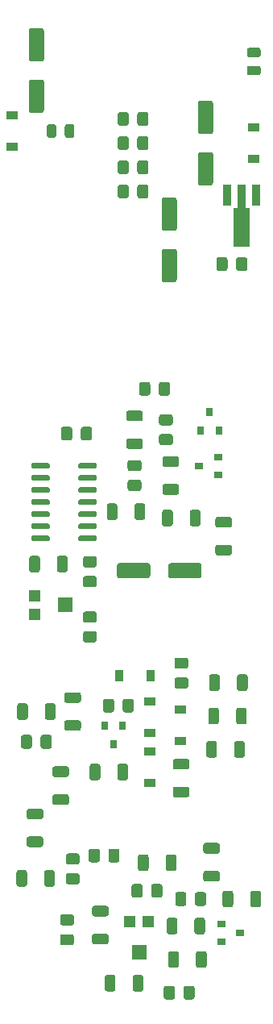
<source format=gbr>
%TF.GenerationSoftware,KiCad,Pcbnew,(5.1.9-0-10_14)*%
%TF.CreationDate,2021-04-20T22:51:25+02:00*%
%TF.ProjectId,tribus,74726962-7573-42e6-9b69-6361645f7063,rev?*%
%TF.SameCoordinates,Original*%
%TF.FileFunction,Paste,Bot*%
%TF.FilePolarity,Positive*%
%FSLAX46Y46*%
G04 Gerber Fmt 4.6, Leading zero omitted, Abs format (unit mm)*
G04 Created by KiCad (PCBNEW (5.1.9-0-10_14)) date 2021-04-20 22:51:25*
%MOMM*%
%LPD*%
G01*
G04 APERTURE LIST*
%ADD10R,1.200000X0.900000*%
%ADD11R,0.900000X1.200000*%
%ADD12R,0.800000X0.900000*%
%ADD13R,0.900000X0.800000*%
%ADD14R,1.200000X1.200000*%
%ADD15R,1.500000X1.600000*%
%ADD16R,1.600000X1.500000*%
%ADD17R,0.900000X2.300000*%
%ADD18C,0.100000*%
G04 APERTURE END LIST*
%TO.C,L2*%
G36*
G01*
X8070000Y-11905000D02*
X8070000Y-10955000D01*
G75*
G02*
X8320000Y-10705000I250000J0D01*
G01*
X8820000Y-10705000D01*
G75*
G02*
X9070000Y-10955000I0J-250000D01*
G01*
X9070000Y-11905000D01*
G75*
G02*
X8820000Y-12155000I-250000J0D01*
G01*
X8320000Y-12155000D01*
G75*
G02*
X8070000Y-11905000I0J250000D01*
G01*
G37*
G36*
G01*
X6170000Y-11905000D02*
X6170000Y-10955000D01*
G75*
G02*
X6420000Y-10705000I250000J0D01*
G01*
X6920000Y-10705000D01*
G75*
G02*
X7170000Y-10955000I0J-250000D01*
G01*
X7170000Y-11905000D01*
G75*
G02*
X6920000Y-12155000I-250000J0D01*
G01*
X6420000Y-12155000D01*
G75*
G02*
X6170000Y-11905000I0J250000D01*
G01*
G37*
%TD*%
%TO.C,L1*%
G36*
G01*
X28415000Y-5580000D02*
X27465000Y-5580000D01*
G75*
G02*
X27215000Y-5330000I0J250000D01*
G01*
X27215000Y-4830000D01*
G75*
G02*
X27465000Y-4580000I250000J0D01*
G01*
X28415000Y-4580000D01*
G75*
G02*
X28665000Y-4830000I0J-250000D01*
G01*
X28665000Y-5330000D01*
G75*
G02*
X28415000Y-5580000I-250000J0D01*
G01*
G37*
G36*
G01*
X28415000Y-3680000D02*
X27465000Y-3680000D01*
G75*
G02*
X27215000Y-3430000I0J250000D01*
G01*
X27215000Y-2930000D01*
G75*
G02*
X27465000Y-2680000I250000J0D01*
G01*
X28415000Y-2680000D01*
G75*
G02*
X28665000Y-2930000I0J-250000D01*
G01*
X28665000Y-3430000D01*
G75*
G02*
X28415000Y-3680000I-250000J0D01*
G01*
G37*
%TD*%
%TO.C,C1*%
G36*
G01*
X25182500Y-24925000D02*
X25182500Y-25875000D01*
G75*
G02*
X24932500Y-26125000I-250000J0D01*
G01*
X24257500Y-26125000D01*
G75*
G02*
X24007500Y-25875000I0J250000D01*
G01*
X24007500Y-24925000D01*
G75*
G02*
X24257500Y-24675000I250000J0D01*
G01*
X24932500Y-24675000D01*
G75*
G02*
X25182500Y-24925000I0J-250000D01*
G01*
G37*
G36*
G01*
X27257500Y-24925000D02*
X27257500Y-25875000D01*
G75*
G02*
X27007500Y-26125000I-250000J0D01*
G01*
X26332500Y-26125000D01*
G75*
G02*
X26082500Y-25875000I0J250000D01*
G01*
X26082500Y-24925000D01*
G75*
G02*
X26332500Y-24675000I250000J0D01*
G01*
X27007500Y-24675000D01*
G75*
G02*
X27257500Y-24925000I0J-250000D01*
G01*
G37*
%TD*%
%TO.C,C5*%
G36*
G01*
X13615000Y-18255000D02*
X13615000Y-17305000D01*
G75*
G02*
X13865000Y-17055000I250000J0D01*
G01*
X14540000Y-17055000D01*
G75*
G02*
X14790000Y-17305000I0J-250000D01*
G01*
X14790000Y-18255000D01*
G75*
G02*
X14540000Y-18505000I-250000J0D01*
G01*
X13865000Y-18505000D01*
G75*
G02*
X13615000Y-18255000I0J250000D01*
G01*
G37*
G36*
G01*
X15690000Y-18255000D02*
X15690000Y-17305000D01*
G75*
G02*
X15940000Y-17055000I250000J0D01*
G01*
X16615000Y-17055000D01*
G75*
G02*
X16865000Y-17305000I0J-250000D01*
G01*
X16865000Y-18255000D01*
G75*
G02*
X16615000Y-18505000I-250000J0D01*
G01*
X15940000Y-18505000D01*
G75*
G02*
X15690000Y-18255000I0J250000D01*
G01*
G37*
%TD*%
%TO.C,C6*%
G36*
G01*
X14790000Y-12225000D02*
X14790000Y-13175000D01*
G75*
G02*
X14540000Y-13425000I-250000J0D01*
G01*
X13865000Y-13425000D01*
G75*
G02*
X13615000Y-13175000I0J250000D01*
G01*
X13615000Y-12225000D01*
G75*
G02*
X13865000Y-11975000I250000J0D01*
G01*
X14540000Y-11975000D01*
G75*
G02*
X14790000Y-12225000I0J-250000D01*
G01*
G37*
G36*
G01*
X16865000Y-12225000D02*
X16865000Y-13175000D01*
G75*
G02*
X16615000Y-13425000I-250000J0D01*
G01*
X15940000Y-13425000D01*
G75*
G02*
X15690000Y-13175000I0J250000D01*
G01*
X15690000Y-12225000D01*
G75*
G02*
X15940000Y-11975000I250000J0D01*
G01*
X16615000Y-11975000D01*
G75*
G02*
X16865000Y-12225000I0J-250000D01*
G01*
G37*
%TD*%
%TO.C,C7*%
G36*
G01*
X15690000Y-15715000D02*
X15690000Y-14765000D01*
G75*
G02*
X15940000Y-14515000I250000J0D01*
G01*
X16615000Y-14515000D01*
G75*
G02*
X16865000Y-14765000I0J-250000D01*
G01*
X16865000Y-15715000D01*
G75*
G02*
X16615000Y-15965000I-250000J0D01*
G01*
X15940000Y-15965000D01*
G75*
G02*
X15690000Y-15715000I0J250000D01*
G01*
G37*
G36*
G01*
X13615000Y-15715000D02*
X13615000Y-14765000D01*
G75*
G02*
X13865000Y-14515000I250000J0D01*
G01*
X14540000Y-14515000D01*
G75*
G02*
X14790000Y-14765000I0J-250000D01*
G01*
X14790000Y-15715000D01*
G75*
G02*
X14540000Y-15965000I-250000J0D01*
G01*
X13865000Y-15965000D01*
G75*
G02*
X13615000Y-15715000I0J250000D01*
G01*
G37*
%TD*%
%TO.C,C8*%
G36*
G01*
X14790000Y-9685000D02*
X14790000Y-10635000D01*
G75*
G02*
X14540000Y-10885000I-250000J0D01*
G01*
X13865000Y-10885000D01*
G75*
G02*
X13615000Y-10635000I0J250000D01*
G01*
X13615000Y-9685000D01*
G75*
G02*
X13865000Y-9435000I250000J0D01*
G01*
X14540000Y-9435000D01*
G75*
G02*
X14790000Y-9685000I0J-250000D01*
G01*
G37*
G36*
G01*
X16865000Y-9685000D02*
X16865000Y-10635000D01*
G75*
G02*
X16615000Y-10885000I-250000J0D01*
G01*
X15940000Y-10885000D01*
G75*
G02*
X15690000Y-10635000I0J250000D01*
G01*
X15690000Y-9685000D01*
G75*
G02*
X15940000Y-9435000I250000J0D01*
G01*
X16615000Y-9435000D01*
G75*
G02*
X16865000Y-9685000I0J-250000D01*
G01*
G37*
%TD*%
%TO.C,C10*%
G36*
G01*
X15875000Y-49225000D02*
X14925000Y-49225000D01*
G75*
G02*
X14675000Y-48975000I0J250000D01*
G01*
X14675000Y-48300000D01*
G75*
G02*
X14925000Y-48050000I250000J0D01*
G01*
X15875000Y-48050000D01*
G75*
G02*
X16125000Y-48300000I0J-250000D01*
G01*
X16125000Y-48975000D01*
G75*
G02*
X15875000Y-49225000I-250000J0D01*
G01*
G37*
G36*
G01*
X15875000Y-47150000D02*
X14925000Y-47150000D01*
G75*
G02*
X14675000Y-46900000I0J250000D01*
G01*
X14675000Y-46225000D01*
G75*
G02*
X14925000Y-45975000I250000J0D01*
G01*
X15875000Y-45975000D01*
G75*
G02*
X16125000Y-46225000I0J-250000D01*
G01*
X16125000Y-46900000D01*
G75*
G02*
X15875000Y-47150000I-250000J0D01*
G01*
G37*
%TD*%
%TO.C,C11*%
G36*
G01*
X11175000Y-57250000D02*
X10225000Y-57250000D01*
G75*
G02*
X9975000Y-57000000I0J250000D01*
G01*
X9975000Y-56325000D01*
G75*
G02*
X10225000Y-56075000I250000J0D01*
G01*
X11175000Y-56075000D01*
G75*
G02*
X11425000Y-56325000I0J-250000D01*
G01*
X11425000Y-57000000D01*
G75*
G02*
X11175000Y-57250000I-250000J0D01*
G01*
G37*
G36*
G01*
X11175000Y-59325000D02*
X10225000Y-59325000D01*
G75*
G02*
X9975000Y-59075000I0J250000D01*
G01*
X9975000Y-58400000D01*
G75*
G02*
X10225000Y-58150000I250000J0D01*
G01*
X11175000Y-58150000D01*
G75*
G02*
X11425000Y-58400000I0J-250000D01*
G01*
X11425000Y-59075000D01*
G75*
G02*
X11175000Y-59325000I-250000J0D01*
G01*
G37*
%TD*%
%TO.C,C12*%
G36*
G01*
X11175000Y-65125000D02*
X10225000Y-65125000D01*
G75*
G02*
X9975000Y-64875000I0J250000D01*
G01*
X9975000Y-64200000D01*
G75*
G02*
X10225000Y-63950000I250000J0D01*
G01*
X11175000Y-63950000D01*
G75*
G02*
X11425000Y-64200000I0J-250000D01*
G01*
X11425000Y-64875000D01*
G75*
G02*
X11175000Y-65125000I-250000J0D01*
G01*
G37*
G36*
G01*
X11175000Y-63050000D02*
X10225000Y-63050000D01*
G75*
G02*
X9975000Y-62800000I0J250000D01*
G01*
X9975000Y-62125000D01*
G75*
G02*
X10225000Y-61875000I250000J0D01*
G01*
X11175000Y-61875000D01*
G75*
G02*
X11425000Y-62125000I0J-250000D01*
G01*
X11425000Y-62800000D01*
G75*
G02*
X11175000Y-63050000I-250000J0D01*
G01*
G37*
%TD*%
%TO.C,C14*%
G36*
G01*
X18225000Y-43250000D02*
X19175000Y-43250000D01*
G75*
G02*
X19425000Y-43500000I0J-250000D01*
G01*
X19425000Y-44175000D01*
G75*
G02*
X19175000Y-44425000I-250000J0D01*
G01*
X18225000Y-44425000D01*
G75*
G02*
X17975000Y-44175000I0J250000D01*
G01*
X17975000Y-43500000D01*
G75*
G02*
X18225000Y-43250000I250000J0D01*
G01*
G37*
G36*
G01*
X18225000Y-41175000D02*
X19175000Y-41175000D01*
G75*
G02*
X19425000Y-41425000I0J-250000D01*
G01*
X19425000Y-42100000D01*
G75*
G02*
X19175000Y-42350000I-250000J0D01*
G01*
X18225000Y-42350000D01*
G75*
G02*
X17975000Y-42100000I0J250000D01*
G01*
X17975000Y-41425000D01*
G75*
G02*
X18225000Y-41175000I250000J0D01*
G01*
G37*
%TD*%
%TO.C,C15*%
G36*
G01*
X8850000Y-42725000D02*
X8850000Y-43675000D01*
G75*
G02*
X8600000Y-43925000I-250000J0D01*
G01*
X7925000Y-43925000D01*
G75*
G02*
X7675000Y-43675000I0J250000D01*
G01*
X7675000Y-42725000D01*
G75*
G02*
X7925000Y-42475000I250000J0D01*
G01*
X8600000Y-42475000D01*
G75*
G02*
X8850000Y-42725000I0J-250000D01*
G01*
G37*
G36*
G01*
X10925000Y-42725000D02*
X10925000Y-43675000D01*
G75*
G02*
X10675000Y-43925000I-250000J0D01*
G01*
X10000000Y-43925000D01*
G75*
G02*
X9750000Y-43675000I0J250000D01*
G01*
X9750000Y-42725000D01*
G75*
G02*
X10000000Y-42475000I250000J0D01*
G01*
X10675000Y-42475000D01*
G75*
G02*
X10925000Y-42725000I0J-250000D01*
G01*
G37*
%TD*%
%TO.C,C16*%
G36*
G01*
X15875000Y-38975000D02*
X15875000Y-38025000D01*
G75*
G02*
X16125000Y-37775000I250000J0D01*
G01*
X16800000Y-37775000D01*
G75*
G02*
X17050000Y-38025000I0J-250000D01*
G01*
X17050000Y-38975000D01*
G75*
G02*
X16800000Y-39225000I-250000J0D01*
G01*
X16125000Y-39225000D01*
G75*
G02*
X15875000Y-38975000I0J250000D01*
G01*
G37*
G36*
G01*
X17950000Y-38975000D02*
X17950000Y-38025000D01*
G75*
G02*
X18200000Y-37775000I250000J0D01*
G01*
X18875000Y-37775000D01*
G75*
G02*
X19125000Y-38025000I0J-250000D01*
G01*
X19125000Y-38975000D01*
G75*
G02*
X18875000Y-39225000I-250000J0D01*
G01*
X18200000Y-39225000D01*
G75*
G02*
X17950000Y-38975000I0J250000D01*
G01*
G37*
%TD*%
%TO.C,C24*%
G36*
G01*
X20795000Y-69972500D02*
X19845000Y-69972500D01*
G75*
G02*
X19595000Y-69722500I0J250000D01*
G01*
X19595000Y-69047500D01*
G75*
G02*
X19845000Y-68797500I250000J0D01*
G01*
X20795000Y-68797500D01*
G75*
G02*
X21045000Y-69047500I0J-250000D01*
G01*
X21045000Y-69722500D01*
G75*
G02*
X20795000Y-69972500I-250000J0D01*
G01*
G37*
G36*
G01*
X20795000Y-67897500D02*
X19845000Y-67897500D01*
G75*
G02*
X19595000Y-67647500I0J250000D01*
G01*
X19595000Y-66972500D01*
G75*
G02*
X19845000Y-66722500I250000J0D01*
G01*
X20795000Y-66722500D01*
G75*
G02*
X21045000Y-66972500I0J-250000D01*
G01*
X21045000Y-67647500D01*
G75*
G02*
X20795000Y-67897500I-250000J0D01*
G01*
G37*
%TD*%
%TO.C,C27*%
G36*
G01*
X15325000Y-71285000D02*
X15325000Y-72235000D01*
G75*
G02*
X15075000Y-72485000I-250000J0D01*
G01*
X14400000Y-72485000D01*
G75*
G02*
X14150000Y-72235000I0J250000D01*
G01*
X14150000Y-71285000D01*
G75*
G02*
X14400000Y-71035000I250000J0D01*
G01*
X15075000Y-71035000D01*
G75*
G02*
X15325000Y-71285000I0J-250000D01*
G01*
G37*
G36*
G01*
X13250000Y-71285000D02*
X13250000Y-72235000D01*
G75*
G02*
X13000000Y-72485000I-250000J0D01*
G01*
X12325000Y-72485000D01*
G75*
G02*
X12075000Y-72235000I0J250000D01*
G01*
X12075000Y-71285000D01*
G75*
G02*
X12325000Y-71035000I250000J0D01*
G01*
X13000000Y-71035000D01*
G75*
G02*
X13250000Y-71285000I0J-250000D01*
G01*
G37*
%TD*%
%TO.C,C29*%
G36*
G01*
X8775000Y-94860000D02*
X7825000Y-94860000D01*
G75*
G02*
X7575000Y-94610000I0J250000D01*
G01*
X7575000Y-93935000D01*
G75*
G02*
X7825000Y-93685000I250000J0D01*
G01*
X8775000Y-93685000D01*
G75*
G02*
X9025000Y-93935000I0J-250000D01*
G01*
X9025000Y-94610000D01*
G75*
G02*
X8775000Y-94860000I-250000J0D01*
G01*
G37*
G36*
G01*
X8775000Y-96935000D02*
X7825000Y-96935000D01*
G75*
G02*
X7575000Y-96685000I0J250000D01*
G01*
X7575000Y-96010000D01*
G75*
G02*
X7825000Y-95760000I250000J0D01*
G01*
X8775000Y-95760000D01*
G75*
G02*
X9025000Y-96010000I0J-250000D01*
G01*
X9025000Y-96685000D01*
G75*
G02*
X8775000Y-96935000I-250000J0D01*
G01*
G37*
%TD*%
%TO.C,C30*%
G36*
G01*
X16250000Y-90735000D02*
X16250000Y-91685000D01*
G75*
G02*
X16000000Y-91935000I-250000J0D01*
G01*
X15325000Y-91935000D01*
G75*
G02*
X15075000Y-91685000I0J250000D01*
G01*
X15075000Y-90735000D01*
G75*
G02*
X15325000Y-90485000I250000J0D01*
G01*
X16000000Y-90485000D01*
G75*
G02*
X16250000Y-90735000I0J-250000D01*
G01*
G37*
G36*
G01*
X18325000Y-90735000D02*
X18325000Y-91685000D01*
G75*
G02*
X18075000Y-91935000I-250000J0D01*
G01*
X17400000Y-91935000D01*
G75*
G02*
X17150000Y-91685000I0J250000D01*
G01*
X17150000Y-90735000D01*
G75*
G02*
X17400000Y-90485000I250000J0D01*
G01*
X18075000Y-90485000D01*
G75*
G02*
X18325000Y-90735000I0J-250000D01*
G01*
G37*
%TD*%
%TO.C,C31*%
G36*
G01*
X4630000Y-75090000D02*
X4630000Y-76040000D01*
G75*
G02*
X4380000Y-76290000I-250000J0D01*
G01*
X3705000Y-76290000D01*
G75*
G02*
X3455000Y-76040000I0J250000D01*
G01*
X3455000Y-75090000D01*
G75*
G02*
X3705000Y-74840000I250000J0D01*
G01*
X4380000Y-74840000D01*
G75*
G02*
X4630000Y-75090000I0J-250000D01*
G01*
G37*
G36*
G01*
X6705000Y-75090000D02*
X6705000Y-76040000D01*
G75*
G02*
X6455000Y-76290000I-250000J0D01*
G01*
X5780000Y-76290000D01*
G75*
G02*
X5530000Y-76040000I0J250000D01*
G01*
X5530000Y-75090000D01*
G75*
G02*
X5780000Y-74840000I250000J0D01*
G01*
X6455000Y-74840000D01*
G75*
G02*
X6705000Y-75090000I0J-250000D01*
G01*
G37*
%TD*%
%TO.C,C32*%
G36*
G01*
X22925000Y-91600000D02*
X22925000Y-92550000D01*
G75*
G02*
X22675000Y-92800000I-250000J0D01*
G01*
X22000000Y-92800000D01*
G75*
G02*
X21750000Y-92550000I0J250000D01*
G01*
X21750000Y-91600000D01*
G75*
G02*
X22000000Y-91350000I250000J0D01*
G01*
X22675000Y-91350000D01*
G75*
G02*
X22925000Y-91600000I0J-250000D01*
G01*
G37*
G36*
G01*
X20850000Y-91600000D02*
X20850000Y-92550000D01*
G75*
G02*
X20600000Y-92800000I-250000J0D01*
G01*
X19925000Y-92800000D01*
G75*
G02*
X19675000Y-92550000I0J250000D01*
G01*
X19675000Y-91600000D01*
G75*
G02*
X19925000Y-91350000I250000J0D01*
G01*
X20600000Y-91350000D01*
G75*
G02*
X20850000Y-91600000I0J-250000D01*
G01*
G37*
%TD*%
%TO.C,C34*%
G36*
G01*
X10575000Y-87985000D02*
X10575000Y-87035000D01*
G75*
G02*
X10825000Y-86785000I250000J0D01*
G01*
X11500000Y-86785000D01*
G75*
G02*
X11750000Y-87035000I0J-250000D01*
G01*
X11750000Y-87985000D01*
G75*
G02*
X11500000Y-88235000I-250000J0D01*
G01*
X10825000Y-88235000D01*
G75*
G02*
X10575000Y-87985000I0J250000D01*
G01*
G37*
G36*
G01*
X12650000Y-87985000D02*
X12650000Y-87035000D01*
G75*
G02*
X12900000Y-86785000I250000J0D01*
G01*
X13575000Y-86785000D01*
G75*
G02*
X13825000Y-87035000I0J-250000D01*
G01*
X13825000Y-87985000D01*
G75*
G02*
X13575000Y-88235000I-250000J0D01*
G01*
X12900000Y-88235000D01*
G75*
G02*
X12650000Y-87985000I0J250000D01*
G01*
G37*
%TD*%
%TO.C,C35*%
G36*
G01*
X18475000Y-102385000D02*
X18475000Y-101435000D01*
G75*
G02*
X18725000Y-101185000I250000J0D01*
G01*
X19400000Y-101185000D01*
G75*
G02*
X19650000Y-101435000I0J-250000D01*
G01*
X19650000Y-102385000D01*
G75*
G02*
X19400000Y-102635000I-250000J0D01*
G01*
X18725000Y-102635000D01*
G75*
G02*
X18475000Y-102385000I0J250000D01*
G01*
G37*
G36*
G01*
X20550000Y-102385000D02*
X20550000Y-101435000D01*
G75*
G02*
X20800000Y-101185000I250000J0D01*
G01*
X21475000Y-101185000D01*
G75*
G02*
X21725000Y-101435000I0J-250000D01*
G01*
X21725000Y-102385000D01*
G75*
G02*
X21475000Y-102635000I-250000J0D01*
G01*
X20800000Y-102635000D01*
G75*
G02*
X20550000Y-102385000I0J250000D01*
G01*
G37*
%TD*%
%TO.C,C36*%
G36*
G01*
X9375000Y-90535000D02*
X8425000Y-90535000D01*
G75*
G02*
X8175000Y-90285000I0J250000D01*
G01*
X8175000Y-89610000D01*
G75*
G02*
X8425000Y-89360000I250000J0D01*
G01*
X9375000Y-89360000D01*
G75*
G02*
X9625000Y-89610000I0J-250000D01*
G01*
X9625000Y-90285000D01*
G75*
G02*
X9375000Y-90535000I-250000J0D01*
G01*
G37*
G36*
G01*
X9375000Y-88460000D02*
X8425000Y-88460000D01*
G75*
G02*
X8175000Y-88210000I0J250000D01*
G01*
X8175000Y-87535000D01*
G75*
G02*
X8425000Y-87285000I250000J0D01*
G01*
X9375000Y-87285000D01*
G75*
G02*
X9625000Y-87535000I0J-250000D01*
G01*
X9625000Y-88210000D01*
G75*
G02*
X9375000Y-88460000I-250000J0D01*
G01*
G37*
%TD*%
D10*
%TO.C,D10*%
X17000000Y-74610000D03*
X17000000Y-71310000D03*
%TD*%
%TO.C,D11*%
X17000000Y-76610000D03*
X17000000Y-79910000D03*
%TD*%
%TO.C,D12*%
X20200000Y-72140000D03*
X20200000Y-75440000D03*
%TD*%
D11*
%TO.C,D13*%
X13750000Y-68660000D03*
X17050000Y-68660000D03*
%TD*%
D12*
%TO.C,Q1*%
X24250000Y-42910000D03*
X22350000Y-42910000D03*
X23300000Y-40910000D03*
%TD*%
D13*
%TO.C,Q2*%
X22200000Y-46600000D03*
X24200000Y-47550000D03*
X24200000Y-45650000D03*
%TD*%
D12*
%TO.C,Q5*%
X12250000Y-73860000D03*
X14150000Y-73860000D03*
X13200000Y-75860000D03*
%TD*%
D13*
%TO.C,Q6*%
X26500000Y-95610000D03*
X24500000Y-94660000D03*
X24500000Y-96560000D03*
%TD*%
D14*
%TO.C,RV1*%
X4900000Y-62200000D03*
X4900000Y-60200000D03*
D15*
X8150000Y-61200000D03*
%TD*%
D16*
%TO.C,RV4*%
X15875000Y-97660000D03*
D14*
X16875000Y-94410000D03*
X14875000Y-94410000D03*
%TD*%
D17*
%TO.C,U1*%
X25170000Y-18170000D03*
X28170000Y-18170000D03*
D18*
G36*
X25803500Y-23620000D02*
G01*
X25803500Y-19495000D01*
X26220000Y-19495000D01*
X26220000Y-17020000D01*
X27120000Y-17020000D01*
X27120000Y-19495000D01*
X27536500Y-19495000D01*
X27536500Y-23620000D01*
X25803500Y-23620000D01*
G37*
%TD*%
%TO.C,U2*%
G36*
G01*
X9500000Y-54360000D02*
X9500000Y-54060000D01*
G75*
G02*
X9650000Y-53910000I150000J0D01*
G01*
X11300000Y-53910000D01*
G75*
G02*
X11450000Y-54060000I0J-150000D01*
G01*
X11450000Y-54360000D01*
G75*
G02*
X11300000Y-54510000I-150000J0D01*
G01*
X9650000Y-54510000D01*
G75*
G02*
X9500000Y-54360000I0J150000D01*
G01*
G37*
G36*
G01*
X9500000Y-53090000D02*
X9500000Y-52790000D01*
G75*
G02*
X9650000Y-52640000I150000J0D01*
G01*
X11300000Y-52640000D01*
G75*
G02*
X11450000Y-52790000I0J-150000D01*
G01*
X11450000Y-53090000D01*
G75*
G02*
X11300000Y-53240000I-150000J0D01*
G01*
X9650000Y-53240000D01*
G75*
G02*
X9500000Y-53090000I0J150000D01*
G01*
G37*
G36*
G01*
X9500000Y-51820000D02*
X9500000Y-51520000D01*
G75*
G02*
X9650000Y-51370000I150000J0D01*
G01*
X11300000Y-51370000D01*
G75*
G02*
X11450000Y-51520000I0J-150000D01*
G01*
X11450000Y-51820000D01*
G75*
G02*
X11300000Y-51970000I-150000J0D01*
G01*
X9650000Y-51970000D01*
G75*
G02*
X9500000Y-51820000I0J150000D01*
G01*
G37*
G36*
G01*
X9500000Y-50550000D02*
X9500000Y-50250000D01*
G75*
G02*
X9650000Y-50100000I150000J0D01*
G01*
X11300000Y-50100000D01*
G75*
G02*
X11450000Y-50250000I0J-150000D01*
G01*
X11450000Y-50550000D01*
G75*
G02*
X11300000Y-50700000I-150000J0D01*
G01*
X9650000Y-50700000D01*
G75*
G02*
X9500000Y-50550000I0J150000D01*
G01*
G37*
G36*
G01*
X9500000Y-49280000D02*
X9500000Y-48980000D01*
G75*
G02*
X9650000Y-48830000I150000J0D01*
G01*
X11300000Y-48830000D01*
G75*
G02*
X11450000Y-48980000I0J-150000D01*
G01*
X11450000Y-49280000D01*
G75*
G02*
X11300000Y-49430000I-150000J0D01*
G01*
X9650000Y-49430000D01*
G75*
G02*
X9500000Y-49280000I0J150000D01*
G01*
G37*
G36*
G01*
X9500000Y-48010000D02*
X9500000Y-47710000D01*
G75*
G02*
X9650000Y-47560000I150000J0D01*
G01*
X11300000Y-47560000D01*
G75*
G02*
X11450000Y-47710000I0J-150000D01*
G01*
X11450000Y-48010000D01*
G75*
G02*
X11300000Y-48160000I-150000J0D01*
G01*
X9650000Y-48160000D01*
G75*
G02*
X9500000Y-48010000I0J150000D01*
G01*
G37*
G36*
G01*
X9500000Y-46740000D02*
X9500000Y-46440000D01*
G75*
G02*
X9650000Y-46290000I150000J0D01*
G01*
X11300000Y-46290000D01*
G75*
G02*
X11450000Y-46440000I0J-150000D01*
G01*
X11450000Y-46740000D01*
G75*
G02*
X11300000Y-46890000I-150000J0D01*
G01*
X9650000Y-46890000D01*
G75*
G02*
X9500000Y-46740000I0J150000D01*
G01*
G37*
G36*
G01*
X4550000Y-46740000D02*
X4550000Y-46440000D01*
G75*
G02*
X4700000Y-46290000I150000J0D01*
G01*
X6350000Y-46290000D01*
G75*
G02*
X6500000Y-46440000I0J-150000D01*
G01*
X6500000Y-46740000D01*
G75*
G02*
X6350000Y-46890000I-150000J0D01*
G01*
X4700000Y-46890000D01*
G75*
G02*
X4550000Y-46740000I0J150000D01*
G01*
G37*
G36*
G01*
X4550000Y-48010000D02*
X4550000Y-47710000D01*
G75*
G02*
X4700000Y-47560000I150000J0D01*
G01*
X6350000Y-47560000D01*
G75*
G02*
X6500000Y-47710000I0J-150000D01*
G01*
X6500000Y-48010000D01*
G75*
G02*
X6350000Y-48160000I-150000J0D01*
G01*
X4700000Y-48160000D01*
G75*
G02*
X4550000Y-48010000I0J150000D01*
G01*
G37*
G36*
G01*
X4550000Y-49280000D02*
X4550000Y-48980000D01*
G75*
G02*
X4700000Y-48830000I150000J0D01*
G01*
X6350000Y-48830000D01*
G75*
G02*
X6500000Y-48980000I0J-150000D01*
G01*
X6500000Y-49280000D01*
G75*
G02*
X6350000Y-49430000I-150000J0D01*
G01*
X4700000Y-49430000D01*
G75*
G02*
X4550000Y-49280000I0J150000D01*
G01*
G37*
G36*
G01*
X4550000Y-50550000D02*
X4550000Y-50250000D01*
G75*
G02*
X4700000Y-50100000I150000J0D01*
G01*
X6350000Y-50100000D01*
G75*
G02*
X6500000Y-50250000I0J-150000D01*
G01*
X6500000Y-50550000D01*
G75*
G02*
X6350000Y-50700000I-150000J0D01*
G01*
X4700000Y-50700000D01*
G75*
G02*
X4550000Y-50550000I0J150000D01*
G01*
G37*
G36*
G01*
X4550000Y-51820000D02*
X4550000Y-51520000D01*
G75*
G02*
X4700000Y-51370000I150000J0D01*
G01*
X6350000Y-51370000D01*
G75*
G02*
X6500000Y-51520000I0J-150000D01*
G01*
X6500000Y-51820000D01*
G75*
G02*
X6350000Y-51970000I-150000J0D01*
G01*
X4700000Y-51970000D01*
G75*
G02*
X4550000Y-51820000I0J150000D01*
G01*
G37*
G36*
G01*
X4550000Y-53090000D02*
X4550000Y-52790000D01*
G75*
G02*
X4700000Y-52640000I150000J0D01*
G01*
X6350000Y-52640000D01*
G75*
G02*
X6500000Y-52790000I0J-150000D01*
G01*
X6500000Y-53090000D01*
G75*
G02*
X6350000Y-53240000I-150000J0D01*
G01*
X4700000Y-53240000D01*
G75*
G02*
X4550000Y-53090000I0J150000D01*
G01*
G37*
G36*
G01*
X4550000Y-54360000D02*
X4550000Y-54060000D01*
G75*
G02*
X4700000Y-53910000I150000J0D01*
G01*
X6350000Y-53910000D01*
G75*
G02*
X6500000Y-54060000I0J-150000D01*
G01*
X6500000Y-54360000D01*
G75*
G02*
X6350000Y-54510000I-150000J0D01*
G01*
X4700000Y-54510000D01*
G75*
G02*
X4550000Y-54360000I0J150000D01*
G01*
G37*
%TD*%
D10*
%TO.C,D1*%
X27940000Y-11050000D03*
X27940000Y-14350000D03*
%TD*%
%TO.C,D2*%
X2540000Y-13080000D03*
X2540000Y-9780000D03*
%TD*%
%TO.C,R1*%
G36*
G01*
X21220000Y-52695003D02*
X21220000Y-51444997D01*
G75*
G02*
X21469997Y-51195000I249997J0D01*
G01*
X22095003Y-51195000D01*
G75*
G02*
X22345000Y-51444997I0J-249997D01*
G01*
X22345000Y-52695003D01*
G75*
G02*
X22095003Y-52945000I-249997J0D01*
G01*
X21469997Y-52945000D01*
G75*
G02*
X21220000Y-52695003I0J249997D01*
G01*
G37*
G36*
G01*
X18295000Y-52695003D02*
X18295000Y-51444997D01*
G75*
G02*
X18544997Y-51195000I249997J0D01*
G01*
X19170003Y-51195000D01*
G75*
G02*
X19420000Y-51444997I0J-249997D01*
G01*
X19420000Y-52695003D01*
G75*
G02*
X19170003Y-52945000I-249997J0D01*
G01*
X18544997Y-52945000D01*
G75*
G02*
X18295000Y-52695003I0J249997D01*
G01*
G37*
%TD*%
%TO.C,R2*%
G36*
G01*
X19825003Y-49625000D02*
X18574997Y-49625000D01*
G75*
G02*
X18325000Y-49375003I0J249997D01*
G01*
X18325000Y-48749997D01*
G75*
G02*
X18574997Y-48500000I249997J0D01*
G01*
X19825003Y-48500000D01*
G75*
G02*
X20075000Y-48749997I0J-249997D01*
G01*
X20075000Y-49375003D01*
G75*
G02*
X19825003Y-49625000I-249997J0D01*
G01*
G37*
G36*
G01*
X19825003Y-46700000D02*
X18574997Y-46700000D01*
G75*
G02*
X18325000Y-46450003I0J249997D01*
G01*
X18325000Y-45824997D01*
G75*
G02*
X18574997Y-45575000I249997J0D01*
G01*
X19825003Y-45575000D01*
G75*
G02*
X20075000Y-45824997I0J-249997D01*
G01*
X20075000Y-46450003D01*
G75*
G02*
X19825003Y-46700000I-249997J0D01*
G01*
G37*
%TD*%
%TO.C,R3*%
G36*
G01*
X12475000Y-52025003D02*
X12475000Y-50774997D01*
G75*
G02*
X12724997Y-50525000I249997J0D01*
G01*
X13350003Y-50525000D01*
G75*
G02*
X13600000Y-50774997I0J-249997D01*
G01*
X13600000Y-52025003D01*
G75*
G02*
X13350003Y-52275000I-249997J0D01*
G01*
X12724997Y-52275000D01*
G75*
G02*
X12475000Y-52025003I0J249997D01*
G01*
G37*
G36*
G01*
X15400000Y-52025003D02*
X15400000Y-50774997D01*
G75*
G02*
X15649997Y-50525000I249997J0D01*
G01*
X16275003Y-50525000D01*
G75*
G02*
X16525000Y-50774997I0J-249997D01*
G01*
X16525000Y-52025003D01*
G75*
G02*
X16275003Y-52275000I-249997J0D01*
G01*
X15649997Y-52275000D01*
G75*
G02*
X15400000Y-52025003I0J249997D01*
G01*
G37*
%TD*%
%TO.C,R5*%
G36*
G01*
X8375000Y-56274997D02*
X8375000Y-57525003D01*
G75*
G02*
X8125003Y-57775000I-249997J0D01*
G01*
X7499997Y-57775000D01*
G75*
G02*
X7250000Y-57525003I0J249997D01*
G01*
X7250000Y-56274997D01*
G75*
G02*
X7499997Y-56025000I249997J0D01*
G01*
X8125003Y-56025000D01*
G75*
G02*
X8375000Y-56274997I0J-249997D01*
G01*
G37*
G36*
G01*
X5450000Y-56274997D02*
X5450000Y-57525003D01*
G75*
G02*
X5200003Y-57775000I-249997J0D01*
G01*
X4574997Y-57775000D01*
G75*
G02*
X4325000Y-57525003I0J249997D01*
G01*
X4325000Y-56274997D01*
G75*
G02*
X4574997Y-56025000I249997J0D01*
G01*
X5200003Y-56025000D01*
G75*
G02*
X5450000Y-56274997I0J-249997D01*
G01*
G37*
%TD*%
%TO.C,R9*%
G36*
G01*
X24139997Y-51950000D02*
X25390003Y-51950000D01*
G75*
G02*
X25640000Y-52199997I0J-249997D01*
G01*
X25640000Y-52825003D01*
G75*
G02*
X25390003Y-53075000I-249997J0D01*
G01*
X24139997Y-53075000D01*
G75*
G02*
X23890000Y-52825003I0J249997D01*
G01*
X23890000Y-52199997D01*
G75*
G02*
X24139997Y-51950000I249997J0D01*
G01*
G37*
G36*
G01*
X24139997Y-54875000D02*
X25390003Y-54875000D01*
G75*
G02*
X25640000Y-55124997I0J-249997D01*
G01*
X25640000Y-55750003D01*
G75*
G02*
X25390003Y-56000000I-249997J0D01*
G01*
X24139997Y-56000000D01*
G75*
G02*
X23890000Y-55750003I0J249997D01*
G01*
X23890000Y-55124997D01*
G75*
G02*
X24139997Y-54875000I249997J0D01*
G01*
G37*
%TD*%
%TO.C,R11*%
G36*
G01*
X14774997Y-40775000D02*
X16025003Y-40775000D01*
G75*
G02*
X16275000Y-41024997I0J-249997D01*
G01*
X16275000Y-41650003D01*
G75*
G02*
X16025003Y-41900000I-249997J0D01*
G01*
X14774997Y-41900000D01*
G75*
G02*
X14525000Y-41650003I0J249997D01*
G01*
X14525000Y-41024997D01*
G75*
G02*
X14774997Y-40775000I249997J0D01*
G01*
G37*
G36*
G01*
X14774997Y-43700000D02*
X16025003Y-43700000D01*
G75*
G02*
X16275000Y-43949997I0J-249997D01*
G01*
X16275000Y-44575003D01*
G75*
G02*
X16025003Y-44825000I-249997J0D01*
G01*
X14774997Y-44825000D01*
G75*
G02*
X14525000Y-44575003I0J249997D01*
G01*
X14525000Y-43949997D01*
G75*
G02*
X14774997Y-43700000I249997J0D01*
G01*
G37*
%TD*%
%TO.C,R27*%
G36*
G01*
X23145000Y-73485003D02*
X23145000Y-72234997D01*
G75*
G02*
X23394997Y-71985000I249997J0D01*
G01*
X24020003Y-71985000D01*
G75*
G02*
X24270000Y-72234997I0J-249997D01*
G01*
X24270000Y-73485003D01*
G75*
G02*
X24020003Y-73735000I-249997J0D01*
G01*
X23394997Y-73735000D01*
G75*
G02*
X23145000Y-73485003I0J249997D01*
G01*
G37*
G36*
G01*
X26070000Y-73485003D02*
X26070000Y-72234997D01*
G75*
G02*
X26319997Y-71985000I249997J0D01*
G01*
X26945003Y-71985000D01*
G75*
G02*
X27195000Y-72234997I0J-249997D01*
G01*
X27195000Y-73485003D01*
G75*
G02*
X26945003Y-73735000I-249997J0D01*
G01*
X26319997Y-73735000D01*
G75*
G02*
X26070000Y-73485003I0J249997D01*
G01*
G37*
%TD*%
%TO.C,R30*%
G36*
G01*
X27295000Y-68734997D02*
X27295000Y-69985003D01*
G75*
G02*
X27045003Y-70235000I-249997J0D01*
G01*
X26419997Y-70235000D01*
G75*
G02*
X26170000Y-69985003I0J249997D01*
G01*
X26170000Y-68734997D01*
G75*
G02*
X26419997Y-68485000I249997J0D01*
G01*
X27045003Y-68485000D01*
G75*
G02*
X27295000Y-68734997I0J-249997D01*
G01*
G37*
G36*
G01*
X24370000Y-68734997D02*
X24370000Y-69985003D01*
G75*
G02*
X24120003Y-70235000I-249997J0D01*
G01*
X23494997Y-70235000D01*
G75*
G02*
X23245000Y-69985003I0J249997D01*
G01*
X23245000Y-68734997D01*
G75*
G02*
X23494997Y-68485000I249997J0D01*
G01*
X24120003Y-68485000D01*
G75*
G02*
X24370000Y-68734997I0J-249997D01*
G01*
G37*
%TD*%
%TO.C,R32*%
G36*
G01*
X24070000Y-75734997D02*
X24070000Y-76985003D01*
G75*
G02*
X23820003Y-77235000I-249997J0D01*
G01*
X23194997Y-77235000D01*
G75*
G02*
X22945000Y-76985003I0J249997D01*
G01*
X22945000Y-75734997D01*
G75*
G02*
X23194997Y-75485000I249997J0D01*
G01*
X23820003Y-75485000D01*
G75*
G02*
X24070000Y-75734997I0J-249997D01*
G01*
G37*
G36*
G01*
X26995000Y-75734997D02*
X26995000Y-76985003D01*
G75*
G02*
X26745003Y-77235000I-249997J0D01*
G01*
X26119997Y-77235000D01*
G75*
G02*
X25870000Y-76985003I0J249997D01*
G01*
X25870000Y-75734997D01*
G75*
G02*
X26119997Y-75485000I249997J0D01*
G01*
X26745003Y-75485000D01*
G75*
G02*
X26995000Y-75734997I0J-249997D01*
G01*
G37*
%TD*%
%TO.C,R35*%
G36*
G01*
X20925003Y-81400000D02*
X19674997Y-81400000D01*
G75*
G02*
X19425000Y-81150003I0J249997D01*
G01*
X19425000Y-80524997D01*
G75*
G02*
X19674997Y-80275000I249997J0D01*
G01*
X20925003Y-80275000D01*
G75*
G02*
X21175000Y-80524997I0J-249997D01*
G01*
X21175000Y-81150003D01*
G75*
G02*
X20925003Y-81400000I-249997J0D01*
G01*
G37*
G36*
G01*
X20925003Y-78475000D02*
X19674997Y-78475000D01*
G75*
G02*
X19425000Y-78225003I0J249997D01*
G01*
X19425000Y-77599997D01*
G75*
G02*
X19674997Y-77350000I249997J0D01*
G01*
X20925003Y-77350000D01*
G75*
G02*
X21175000Y-77599997I0J-249997D01*
G01*
X21175000Y-78225003D01*
G75*
G02*
X20925003Y-78475000I-249997J0D01*
G01*
G37*
%TD*%
%TO.C,R37*%
G36*
G01*
X19805000Y-87639997D02*
X19805000Y-88890003D01*
G75*
G02*
X19555003Y-89140000I-249997J0D01*
G01*
X18929997Y-89140000D01*
G75*
G02*
X18680000Y-88890003I0J249997D01*
G01*
X18680000Y-87639997D01*
G75*
G02*
X18929997Y-87390000I249997J0D01*
G01*
X19555003Y-87390000D01*
G75*
G02*
X19805000Y-87639997I0J-249997D01*
G01*
G37*
G36*
G01*
X16880000Y-87639997D02*
X16880000Y-88890003D01*
G75*
G02*
X16630003Y-89140000I-249997J0D01*
G01*
X16004997Y-89140000D01*
G75*
G02*
X15755000Y-88890003I0J249997D01*
G01*
X15755000Y-87639997D01*
G75*
G02*
X16004997Y-87390000I249997J0D01*
G01*
X16630003Y-87390000D01*
G75*
G02*
X16880000Y-87639997I0J-249997D01*
G01*
G37*
%TD*%
%TO.C,R38*%
G36*
G01*
X5980000Y-73015003D02*
X5980000Y-71764997D01*
G75*
G02*
X6229997Y-71515000I249997J0D01*
G01*
X6855003Y-71515000D01*
G75*
G02*
X7105000Y-71764997I0J-249997D01*
G01*
X7105000Y-73015003D01*
G75*
G02*
X6855003Y-73265000I-249997J0D01*
G01*
X6229997Y-73265000D01*
G75*
G02*
X5980000Y-73015003I0J249997D01*
G01*
G37*
G36*
G01*
X3055000Y-73015003D02*
X3055000Y-71764997D01*
G75*
G02*
X3304997Y-71515000I249997J0D01*
G01*
X3930003Y-71515000D01*
G75*
G02*
X4180000Y-71764997I0J-249997D01*
G01*
X4180000Y-73015003D01*
G75*
G02*
X3930003Y-73265000I-249997J0D01*
G01*
X3304997Y-73265000D01*
G75*
G02*
X3055000Y-73015003I0J249997D01*
G01*
G37*
%TD*%
%TO.C,R39*%
G36*
G01*
X24125003Y-90235000D02*
X22874997Y-90235000D01*
G75*
G02*
X22625000Y-89985003I0J249997D01*
G01*
X22625000Y-89359997D01*
G75*
G02*
X22874997Y-89110000I249997J0D01*
G01*
X24125003Y-89110000D01*
G75*
G02*
X24375000Y-89359997I0J-249997D01*
G01*
X24375000Y-89985003D01*
G75*
G02*
X24125003Y-90235000I-249997J0D01*
G01*
G37*
G36*
G01*
X24125003Y-87310000D02*
X22874997Y-87310000D01*
G75*
G02*
X22625000Y-87060003I0J249997D01*
G01*
X22625000Y-86434997D01*
G75*
G02*
X22874997Y-86185000I249997J0D01*
G01*
X24125003Y-86185000D01*
G75*
G02*
X24375000Y-86434997I0J-249997D01*
G01*
X24375000Y-87060003D01*
G75*
G02*
X24125003Y-87310000I-249997J0D01*
G01*
G37*
%TD*%
%TO.C,R41*%
G36*
G01*
X9515003Y-71490000D02*
X8264997Y-71490000D01*
G75*
G02*
X8015000Y-71240003I0J249997D01*
G01*
X8015000Y-70614997D01*
G75*
G02*
X8264997Y-70365000I249997J0D01*
G01*
X9515003Y-70365000D01*
G75*
G02*
X9765000Y-70614997I0J-249997D01*
G01*
X9765000Y-71240003D01*
G75*
G02*
X9515003Y-71490000I-249997J0D01*
G01*
G37*
G36*
G01*
X9515003Y-74415000D02*
X8264997Y-74415000D01*
G75*
G02*
X8015000Y-74165003I0J249997D01*
G01*
X8015000Y-73539997D01*
G75*
G02*
X8264997Y-73290000I249997J0D01*
G01*
X9515003Y-73290000D01*
G75*
G02*
X9765000Y-73539997I0J-249997D01*
G01*
X9765000Y-74165003D01*
G75*
G02*
X9515003Y-74415000I-249997J0D01*
G01*
G37*
%TD*%
%TO.C,R42*%
G36*
G01*
X27570000Y-92700003D02*
X27570000Y-91449997D01*
G75*
G02*
X27819997Y-91200000I249997J0D01*
G01*
X28445003Y-91200000D01*
G75*
G02*
X28695000Y-91449997I0J-249997D01*
G01*
X28695000Y-92700003D01*
G75*
G02*
X28445003Y-92950000I-249997J0D01*
G01*
X27819997Y-92950000D01*
G75*
G02*
X27570000Y-92700003I0J249997D01*
G01*
G37*
G36*
G01*
X24645000Y-92700003D02*
X24645000Y-91449997D01*
G75*
G02*
X24894997Y-91200000I249997J0D01*
G01*
X25520003Y-91200000D01*
G75*
G02*
X25770000Y-91449997I0J-249997D01*
G01*
X25770000Y-92700003D01*
G75*
G02*
X25520003Y-92950000I-249997J0D01*
G01*
X24894997Y-92950000D01*
G75*
G02*
X24645000Y-92700003I0J249997D01*
G01*
G37*
%TD*%
%TO.C,R45*%
G36*
G01*
X14725000Y-78114997D02*
X14725000Y-79365003D01*
G75*
G02*
X14475003Y-79615000I-249997J0D01*
G01*
X13849997Y-79615000D01*
G75*
G02*
X13600000Y-79365003I0J249997D01*
G01*
X13600000Y-78114997D01*
G75*
G02*
X13849997Y-77865000I249997J0D01*
G01*
X14475003Y-77865000D01*
G75*
G02*
X14725000Y-78114997I0J-249997D01*
G01*
G37*
G36*
G01*
X11800000Y-78114997D02*
X11800000Y-79365003D01*
G75*
G02*
X11550003Y-79615000I-249997J0D01*
G01*
X10924997Y-79615000D01*
G75*
G02*
X10675000Y-79365003I0J249997D01*
G01*
X10675000Y-78114997D01*
G75*
G02*
X10924997Y-77865000I249997J0D01*
G01*
X11550003Y-77865000D01*
G75*
G02*
X11800000Y-78114997I0J-249997D01*
G01*
G37*
%TD*%
%TO.C,R46*%
G36*
G01*
X20055000Y-97799997D02*
X20055000Y-99050003D01*
G75*
G02*
X19805003Y-99300000I-249997J0D01*
G01*
X19179997Y-99300000D01*
G75*
G02*
X18930000Y-99050003I0J249997D01*
G01*
X18930000Y-97799997D01*
G75*
G02*
X19179997Y-97550000I249997J0D01*
G01*
X19805003Y-97550000D01*
G75*
G02*
X20055000Y-97799997I0J-249997D01*
G01*
G37*
G36*
G01*
X22980000Y-97799997D02*
X22980000Y-99050003D01*
G75*
G02*
X22730003Y-99300000I-249997J0D01*
G01*
X22104997Y-99300000D01*
G75*
G02*
X21855000Y-99050003I0J249997D01*
G01*
X21855000Y-97799997D01*
G75*
G02*
X22104997Y-97550000I249997J0D01*
G01*
X22730003Y-97550000D01*
G75*
G02*
X22980000Y-97799997I0J-249997D01*
G01*
G37*
%TD*%
%TO.C,R47*%
G36*
G01*
X21700000Y-95535003D02*
X21700000Y-94284997D01*
G75*
G02*
X21949997Y-94035000I249997J0D01*
G01*
X22575003Y-94035000D01*
G75*
G02*
X22825000Y-94284997I0J-249997D01*
G01*
X22825000Y-95535003D01*
G75*
G02*
X22575003Y-95785000I-249997J0D01*
G01*
X21949997Y-95785000D01*
G75*
G02*
X21700000Y-95535003I0J249997D01*
G01*
G37*
G36*
G01*
X18775000Y-95535003D02*
X18775000Y-94284997D01*
G75*
G02*
X19024997Y-94035000I249997J0D01*
G01*
X19650003Y-94035000D01*
G75*
G02*
X19900000Y-94284997I0J-249997D01*
G01*
X19900000Y-95535003D01*
G75*
G02*
X19650003Y-95785000I-249997J0D01*
G01*
X19024997Y-95785000D01*
G75*
G02*
X18775000Y-95535003I0J249997D01*
G01*
G37*
%TD*%
%TO.C,R49*%
G36*
G01*
X7004997Y-81065000D02*
X8255003Y-81065000D01*
G75*
G02*
X8505000Y-81314997I0J-249997D01*
G01*
X8505000Y-81940003D01*
G75*
G02*
X8255003Y-82190000I-249997J0D01*
G01*
X7004997Y-82190000D01*
G75*
G02*
X6755000Y-81940003I0J249997D01*
G01*
X6755000Y-81314997D01*
G75*
G02*
X7004997Y-81065000I249997J0D01*
G01*
G37*
G36*
G01*
X7004997Y-78140000D02*
X8255003Y-78140000D01*
G75*
G02*
X8505000Y-78389997I0J-249997D01*
G01*
X8505000Y-79015003D01*
G75*
G02*
X8255003Y-79265000I-249997J0D01*
G01*
X7004997Y-79265000D01*
G75*
G02*
X6755000Y-79015003I0J249997D01*
G01*
X6755000Y-78389997D01*
G75*
G02*
X7004997Y-78140000I249997J0D01*
G01*
G37*
%TD*%
%TO.C,R50*%
G36*
G01*
X11174997Y-95710000D02*
X12425003Y-95710000D01*
G75*
G02*
X12675000Y-95959997I0J-249997D01*
G01*
X12675000Y-96585003D01*
G75*
G02*
X12425003Y-96835000I-249997J0D01*
G01*
X11174997Y-96835000D01*
G75*
G02*
X10925000Y-96585003I0J249997D01*
G01*
X10925000Y-95959997D01*
G75*
G02*
X11174997Y-95710000I249997J0D01*
G01*
G37*
G36*
G01*
X11174997Y-92785000D02*
X12425003Y-92785000D01*
G75*
G02*
X12675000Y-93034997I0J-249997D01*
G01*
X12675000Y-93660003D01*
G75*
G02*
X12425003Y-93910000I-249997J0D01*
G01*
X11174997Y-93910000D01*
G75*
G02*
X10925000Y-93660003I0J249997D01*
G01*
X10925000Y-93034997D01*
G75*
G02*
X11174997Y-92785000I249997J0D01*
G01*
G37*
%TD*%
%TO.C,R52*%
G36*
G01*
X4304997Y-82580000D02*
X5555003Y-82580000D01*
G75*
G02*
X5805000Y-82829997I0J-249997D01*
G01*
X5805000Y-83455003D01*
G75*
G02*
X5555003Y-83705000I-249997J0D01*
G01*
X4304997Y-83705000D01*
G75*
G02*
X4055000Y-83455003I0J249997D01*
G01*
X4055000Y-82829997D01*
G75*
G02*
X4304997Y-82580000I249997J0D01*
G01*
G37*
G36*
G01*
X4304997Y-85505000D02*
X5555003Y-85505000D01*
G75*
G02*
X5805000Y-85754997I0J-249997D01*
G01*
X5805000Y-86380003D01*
G75*
G02*
X5555003Y-86630000I-249997J0D01*
G01*
X4304997Y-86630000D01*
G75*
G02*
X4055000Y-86380003I0J249997D01*
G01*
X4055000Y-85754997D01*
G75*
G02*
X4304997Y-85505000I249997J0D01*
G01*
G37*
%TD*%
%TO.C,R53*%
G36*
G01*
X16325000Y-100284997D02*
X16325000Y-101535003D01*
G75*
G02*
X16075003Y-101785000I-249997J0D01*
G01*
X15449997Y-101785000D01*
G75*
G02*
X15200000Y-101535003I0J249997D01*
G01*
X15200000Y-100284997D01*
G75*
G02*
X15449997Y-100035000I249997J0D01*
G01*
X16075003Y-100035000D01*
G75*
G02*
X16325000Y-100284997I0J-249997D01*
G01*
G37*
G36*
G01*
X13400000Y-100284997D02*
X13400000Y-101535003D01*
G75*
G02*
X13150003Y-101785000I-249997J0D01*
G01*
X12524997Y-101785000D01*
G75*
G02*
X12275000Y-101535003I0J249997D01*
G01*
X12275000Y-100284997D01*
G75*
G02*
X12524997Y-100035000I249997J0D01*
G01*
X13150003Y-100035000D01*
G75*
G02*
X13400000Y-100284997I0J-249997D01*
G01*
G37*
%TD*%
%TO.C,R54*%
G36*
G01*
X5900000Y-90535003D02*
X5900000Y-89284997D01*
G75*
G02*
X6149997Y-89035000I249997J0D01*
G01*
X6775003Y-89035000D01*
G75*
G02*
X7025000Y-89284997I0J-249997D01*
G01*
X7025000Y-90535003D01*
G75*
G02*
X6775003Y-90785000I-249997J0D01*
G01*
X6149997Y-90785000D01*
G75*
G02*
X5900000Y-90535003I0J249997D01*
G01*
G37*
G36*
G01*
X2975000Y-90535003D02*
X2975000Y-89284997D01*
G75*
G02*
X3224997Y-89035000I249997J0D01*
G01*
X3850003Y-89035000D01*
G75*
G02*
X4100000Y-89284997I0J-249997D01*
G01*
X4100000Y-90535003D01*
G75*
G02*
X3850003Y-90785000I-249997J0D01*
G01*
X3224997Y-90785000D01*
G75*
G02*
X2975000Y-90535003I0J249997D01*
G01*
G37*
%TD*%
%TO.C,C2*%
G36*
G01*
X17050000Y-57050000D02*
X17050000Y-58150000D01*
G75*
G02*
X16800000Y-58400000I-250000J0D01*
G01*
X13800000Y-58400000D01*
G75*
G02*
X13550000Y-58150000I0J250000D01*
G01*
X13550000Y-57050000D01*
G75*
G02*
X13800000Y-56800000I250000J0D01*
G01*
X16800000Y-56800000D01*
G75*
G02*
X17050000Y-57050000I0J-250000D01*
G01*
G37*
G36*
G01*
X22450000Y-57050000D02*
X22450000Y-58150000D01*
G75*
G02*
X22200000Y-58400000I-250000J0D01*
G01*
X19200000Y-58400000D01*
G75*
G02*
X18950000Y-58150000I0J250000D01*
G01*
X18950000Y-57050000D01*
G75*
G02*
X19200000Y-56800000I250000J0D01*
G01*
X22200000Y-56800000D01*
G75*
G02*
X22450000Y-57050000I0J-250000D01*
G01*
G37*
%TD*%
%TO.C,C3*%
G36*
G01*
X23410000Y-17150000D02*
X22310000Y-17150000D01*
G75*
G02*
X22060000Y-16900000I0J250000D01*
G01*
X22060000Y-13900000D01*
G75*
G02*
X22310000Y-13650000I250000J0D01*
G01*
X23410000Y-13650000D01*
G75*
G02*
X23660000Y-13900000I0J-250000D01*
G01*
X23660000Y-16900000D01*
G75*
G02*
X23410000Y-17150000I-250000J0D01*
G01*
G37*
G36*
G01*
X23410000Y-11750000D02*
X22310000Y-11750000D01*
G75*
G02*
X22060000Y-11500000I0J250000D01*
G01*
X22060000Y-8500000D01*
G75*
G02*
X22310000Y-8250000I250000J0D01*
G01*
X23410000Y-8250000D01*
G75*
G02*
X23660000Y-8500000I0J-250000D01*
G01*
X23660000Y-11500000D01*
G75*
G02*
X23410000Y-11750000I-250000J0D01*
G01*
G37*
%TD*%
%TO.C,C4*%
G36*
G01*
X4530000Y-6030000D02*
X5630000Y-6030000D01*
G75*
G02*
X5880000Y-6280000I0J-250000D01*
G01*
X5880000Y-9280000D01*
G75*
G02*
X5630000Y-9530000I-250000J0D01*
G01*
X4530000Y-9530000D01*
G75*
G02*
X4280000Y-9280000I0J250000D01*
G01*
X4280000Y-6280000D01*
G75*
G02*
X4530000Y-6030000I250000J0D01*
G01*
G37*
G36*
G01*
X4530000Y-630000D02*
X5630000Y-630000D01*
G75*
G02*
X5880000Y-880000I0J-250000D01*
G01*
X5880000Y-3880000D01*
G75*
G02*
X5630000Y-4130000I-250000J0D01*
G01*
X4530000Y-4130000D01*
G75*
G02*
X4280000Y-3880000I0J250000D01*
G01*
X4280000Y-880000D01*
G75*
G02*
X4530000Y-630000I250000J0D01*
G01*
G37*
%TD*%
%TO.C,C9*%
G36*
G01*
X18500000Y-18410000D02*
X19600000Y-18410000D01*
G75*
G02*
X19850000Y-18660000I0J-250000D01*
G01*
X19850000Y-21660000D01*
G75*
G02*
X19600000Y-21910000I-250000J0D01*
G01*
X18500000Y-21910000D01*
G75*
G02*
X18250000Y-21660000I0J250000D01*
G01*
X18250000Y-18660000D01*
G75*
G02*
X18500000Y-18410000I250000J0D01*
G01*
G37*
G36*
G01*
X18500000Y-23810000D02*
X19600000Y-23810000D01*
G75*
G02*
X19850000Y-24060000I0J-250000D01*
G01*
X19850000Y-27060000D01*
G75*
G02*
X19600000Y-27310000I-250000J0D01*
G01*
X18500000Y-27310000D01*
G75*
G02*
X18250000Y-27060000I0J250000D01*
G01*
X18250000Y-24060000D01*
G75*
G02*
X18500000Y-23810000I250000J0D01*
G01*
G37*
%TD*%
M02*

</source>
